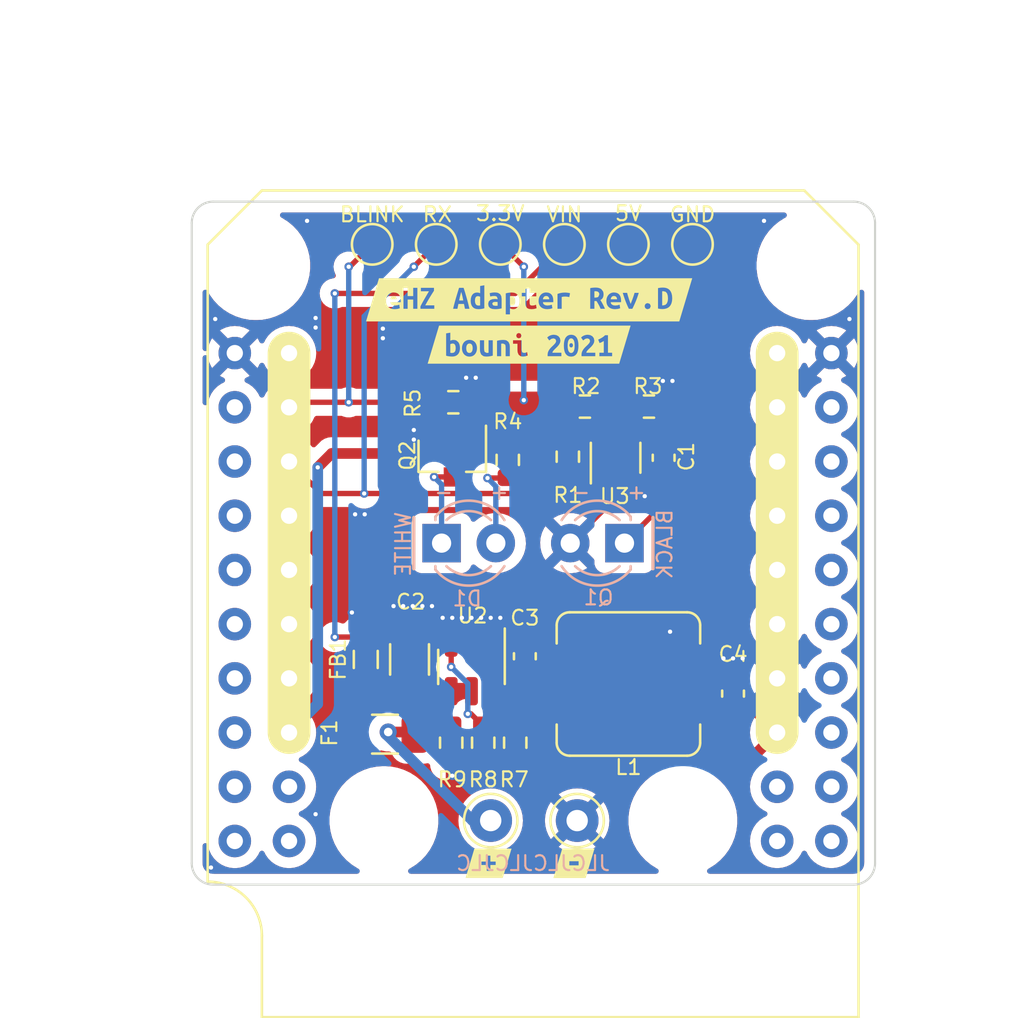
<source format=kicad_pcb>
(kicad_pcb (version 20211014) (generator pcbnew)
  (layers (0 "F.Cu" signal) (31 "B.Cu" signal) (34 "B.Paste" user) (35 "F.Paste" user) (36 "B.SilkS" user "B.Silkscreen") (37 "F.SilkS" user "F.Silkscreen") (38 "B.Mask" user) (39 "F.Mask" user) (44 "Edge.Cuts" user))
  (net 0 "")
  (net 1 "Net-(D1-Pad2)")
  (net 2 "Net-(D1-Pad1)")
  (net 3 "GND")
  (net 4 "Net-(C1-Pad1)")
  (net 5 "+3V3")
  (net 6 "Net-(C1-Pad2)")
  (net 7 "BLINK")
  (net 8 "+5V")
  (net 9 "RX")
  (net 43 "Net-(F1-Pad1)")
  (net 44 "/VIN")
  (net 45 "/SW")
  (net 46 "/CB")
  (net 47 "/24V")
  (net 48 "/FB")
  (net 49 "Net-(R8-Pad2)")
  (footprint "Package_TO_SOT_SMD:SOT-23-6" (layer "F.Cu") (at 52.1 60.8 -90)
    (fp_text reference "U2" (at -2.4 -0.05 180) (layer "F.SilkS") (effects (font (size 0.7 0.7) (thickness 0.1))))
    (fp_text value "LMR54410")
    (pad "1" smd roundrect locked (at -1.1375 -0.95 270) (size 1.325 0.6) (layers "F.Cu" "F.Paste" "F.Mask") (net 46 "/CB"))
    (pad "2" smd roundrect locked (at -1.1375 0 270) (size 1.325 0.6) (layers "F.Cu" "F.Paste" "F.Mask") (net 3 "GND"))
    (pad "3" smd roundrect locked (at -1.1375 0.95 270) (size 1.325 0.6) (layers "F.Cu" "F.Paste" "F.Mask") (net 48 "/FB"))
    (pad "4" smd roundrect locked (at 1.1375 0.95 270) (size 1.325 0.6) (layers "F.Cu" "F.Paste" "F.Mask") (net 44 "/VIN"))
    (pad "5" smd roundrect locked (at 1.1375 0 270) (size 1.325 0.6) (layers "F.Cu" "F.Paste" "F.Mask") (net 44 "/VIN"))
    (pad "6" smd roundrect locked (at 1.1375 -0.95 270) (size 1.325 0.6) (layers "F.Cu" "F.Paste" "F.Mask") (net 45 "/SW"))
  )
  (footprint "TestPoint:TestPoint_Pad_D1.5mm" (layer "F.Cu") (at 47.45 41)
    (fp_text reference "TP6" hide)
    (fp_text value "TestPoint" hide)
    (pad "1" smd circle locked (at 0 0) (size 1.5 1.5) (layers "F.Cu" "F.Mask") (net 7 "BLINK"))
  )
  (footprint "Resistor_SMD:R_0603_1608Metric" (layer "F.Cu") (at 51.15 64.35 -90)
    (fp_text reference "R9" (at 1.725 -0.05) (layer "F.SilkS") (effects (font (size 0.7 0.7) (thickness 0.1))))
    (fp_text value "750")
    (pad "1" smd roundrect locked (at -0.825 0 270) (size 0.8 0.95) (layers "F.Cu" "F.Paste" "F.Mask") (net 49 "Net-(R8-Pad2)"))
    (pad "2" smd roundrect locked (at 0.825 0 270) (size 0.8 0.95) (layers "F.Cu" "F.Paste" "F.Mask") (net 3 "GND"))
  )
  (footprint "kibuzzard-61B75BED" (layer "F.Cu") (at 54.8 45.7)
    (fp_text reference "kibuzzard-61B75BED" hide)
    (fp_text value "G***" hide)
  )
  (footprint "Capacitor_SMD:C_1206_3216Metric" (layer "F.Cu") (at 49.2 60.45 90)
    (fp_text reference "C2" (at 2.7 0.05) (layer "F.SilkS") (effects (font (size 0.7 0.7) (thickness 0.1))))
    (fp_text value "2.2u")
    (pad "1" smd roundrect locked (at -1.475 0 90) (size 1.15 1.8) (layers "F.Cu" "F.Paste" "F.Mask") (roundrect_rratio 0.217391) (net 44 "/VIN"))
    (pad "2" smd roundrect locked (at 1.475 0 90) (size 1.15 1.8) (layers "F.Cu" "F.Paste" "F.Mask") (roundrect_rratio 0.217391) (net 3 "GND"))
  )
  (footprint "Package_TO_SOT_SMD:SOT-23" (layer "F.Cu") (at 51.2 50.9 -90)
    (fp_text reference "Q2" (at 0 2.1 90) (layer "F.SilkS") (effects (font (size 0.7 0.7) (thickness 0.1))))
    (fp_text value "AO3400A")
    (pad "1" smd rect locked (at -1 -0.95 270) (size 0.9 0.8) (layers "F.Cu" "F.Paste" "F.Mask") (net 7 "BLINK"))
    (pad "2" smd rect locked (at -1 0.95 270) (size 0.9 0.8) (layers "F.Cu" "F.Paste" "F.Mask") (net 3 "GND"))
    (pad "3" smd rect locked (at 1 0 270) (size 0.9 0.8) (layers "F.Cu" "F.Paste" "F.Mask") (net 2 "Net-(D1-Pad1)"))
  )
  (footprint "MountingHole:MountingHole_2.1mm" (layer "F.Cu") (at 42 42)
    (fp_text reference "H3" hide)
    (fp_text value "MountingHole" hide)
    (pad "" np_thru_hole circle locked (at 0 0) (size 2.1 2.1) (drill 2.1) (layers *.Cu *.Mask))
  )
  (footprint "TestPoint:TestPoint_Pad_D1.5mm" (layer "F.Cu") (at 50.45 41)
    (fp_text reference "TP5" hide)
    (fp_text value "TestPoint" hide)
    (pad "1" smd circle locked (at 0 0) (size 1.5 1.5) (layers "F.Cu" "F.Mask") (net 9 "RX"))
  )
  (footprint "Connector_Pin:Pin_D1.0mm_L10.0mm" (layer "F.Cu") (at 53 68 180)
    (fp_text reference "J1" hide)
    (fp_text value "Conn_01x01_Female" hide)
    (pad "1" thru_hole circle locked (at 0 0 180) (size 2 2) (drill 1) (layers *.Cu *.Mask) (net 47 "/24V"))
  )
  (footprint "kibuzzard-61B75BD6" (layer "F.Cu") (at 54.8 43.6)
    (fp_text reference "kibuzzard-61B75BD6" hide)
    (fp_text value "G***" hide)
  )
  (footprint "Connector_Pin:Pin_D1.0mm_L10.0mm" (layer "F.Cu") (at 57.05 68 180)
    (fp_text reference "J2" hide)
    (fp_text value "Conn_01x01_Female" hide)
    (pad "1" thru_hole circle locked (at 0 0 180) (size 2 2) (drill 1) (layers *.Cu *.Mask) (net 3 "GND"))
  )
  (footprint "Fuse:Fuse_1206_3216Metric" (layer "F.Cu") (at 48.05 63.95)
    (fp_text reference "F1" (at -2.6 -0.05 90) (layer "F.SilkS") (effects (font (size 0.7 0.7) (thickness 0.1))))
    (fp_text value "1A")
    (pad "1" smd roundrect locked (at -1.4 0) (size 1.25 1.75) (layers "F.Cu" "F.Paste" "F.Mask") (roundrect_rratio 0.2) (net 43 "Net-(F1-Pad1)"))
    (pad "2" smd roundrect locked (at 1.4 0) (size 1.25 1.75) (layers "F.Cu" "F.Paste" "F.Mask") (roundrect_rratio 0.2) (net 47 "/24V"))
  )
  (footprint "Resistor_SMD:R_0603_1608Metric" (layer "F.Cu") (at 52.65 64.35 -90)
    (fp_text reference "R8" (at 1.725 0) (layer "F.SilkS") (effects (font (size 0.7 0.7) (thickness 0.1))))
    (fp_text value "18k")
    (pad "1" smd roundrect locked (at -0.825 0 270) (size 0.8 0.95) (layers "F.Cu" "F.Paste" "F.Mask") (net 48 "/FB"))
    (pad "2" smd roundrect locked (at 0.825 0 270) (size 0.8 0.95) (layers "F.Cu" "F.Paste" "F.Mask") (net 49 "Net-(R8-Pad2)"))
  )
  (footprint "MountingHole:MountingHole_2.1mm" (layer "F.Cu") (at 62 68)
    (fp_text reference "H4" hide)
    (fp_text value "MountingHole" hide)
    (pad "" np_thru_hole circle locked (at 0 0) (size 2.1 2.1) (drill 2.1) (layers *.Cu *.Mask))
  )
  (footprint "Capacitor_SMD:C_0603_1608Metric" (layer "F.Cu") (at 54.6 60.3 90)
    (fp_text reference "C3" (at 1.8 0 180) (layer "F.SilkS") (effects (font (size 0.7 0.7) (thickness 0.1))))
    (fp_text value "10n")
    (pad "1" smd roundrect locked (at -0.775 0 90) (size 0.9 0.95) (layers "F.Cu" "F.Paste" "F.Mask") (net 45 "/SW"))
    (pad "2" smd roundrect locked (at 0.775 0 90) (size 0.9 0.95) (layers "F.Cu" "F.Paste" "F.Mask") (net 46 "/CB"))
  )
  (footprint "Package_TO_SOT_SMD:SOT-353_SC-70-5" (layer "F.Cu") (at 58.85 51 90)
    (fp_text reference "U3" (at -1.8 -0.0375 180) (layer "F.SilkS") (effects (font (size 0.7 0.7) (thickness 0.1))))
    (fp_text value "LMV7235M7X")
    (pad "1" smd rect locked (at -0.95 -0.65 90) (size 0.65 0.4) (layers "F.Cu" "F.Paste" "F.Mask") (net 9 "RX"))
    (pad "2" smd rect locked (at -0.95 0 90) (size 0.65 0.4) (layers "F.Cu" "F.Paste" "F.Mask") (net 3 "GND"))
    (pad "3" smd rect locked (at -0.95 0.65 90) (size 0.65 0.4) (layers "F.Cu" "F.Paste" "F.Mask") (net 4 "Net-(C1-Pad1)"))
    (pad "4" smd rect locked (at 0.95 0.65 90) (size 0.65 0.4) (layers "F.Cu" "F.Paste" "F.Mask") (net 6 "Net-(C1-Pad2)"))
    (pad "5" smd rect locked (at 0.95 -0.65 90) (size 0.65 0.4) (layers "F.Cu" "F.Paste" "F.Mask") (net 5 "+3V3"))
  )
  (footprint "kibuzzard-61B75C18" (layer "F.Cu") (at 56.9 70)
    (fp_text reference "kibuzzard-61B75C18" hide)
    (fp_text value "G***" hide)
  )
  (footprint "Resistor_SMD:R_0603_1608Metric" (layer "F.Cu") (at 53.8 51.1 -90)
    (fp_text reference "R4" (at -1.8 0 180) (layer "F.SilkS") (effects (font (size 0.7 0.7) (thickness 0.1))))
    (fp_text value "100")
    (pad "1" smd roundrect locked (at -0.825 0 270) (size 0.8 0.95) (layers "F.Cu" "F.Paste" "F.Mask") (net 5 "+3V3"))
    (pad "2" smd roundrect locked (at 0.825 0 270) (size 0.8 0.95) (layers "F.Cu" "F.Paste" "F.Mask") (net 1 "Net-(D1-Pad2)"))
  )
  (footprint "TestPoint:TestPoint_Pad_D1.5mm" (layer "F.Cu") (at 53.45 41 90)
    (fp_text reference "TP4" hide)
    (fp_text value "TestPoint" hide)
    (pad "1" smd circle locked (at 0 0 90) (size 1.5 1.5) (layers "F.Cu" "F.Mask") (net 5 "+3V3"))
  )
  (footprint "Resistor_SMD:R_0603_1608Metric" (layer "F.Cu") (at 57.4125 48.6)
    (fp_text reference "R2" (at 0.05 -0.95 180) (layer "F.SilkS") (effects (font (size 0.7 0.7) (thickness 0.1))))
    (fp_text value "910")
    (pad "1" smd roundrect locked (at -0.825 0) (size 0.8 0.95) (layers "F.Cu" "F.Paste" "F.Mask") (net 5 "+3V3"))
    (pad "2" smd roundrect locked (at 0.825 0) (size 0.8 0.95) (layers "F.Cu" "F.Paste" "F.Mask") (net 6 "Net-(C1-Pad2)"))
  )
  (footprint "Resistor_SMD:R_0603_1608Metric" (layer "F.Cu") (at 56.6125 50.95 -90)
    (fp_text reference "R1" (at 1.8 0) (layer "F.SilkS") (effects (font (size 0.7 0.7) (thickness 0.1))))
    (fp_text value "10k")
    (pad "1" smd roundrect locked (at -0.825 0 270) (size 0.8 0.95) (layers "F.Cu" "F.Paste" "F.Mask") (net 5 "+3V3"))
    (pad "2" smd roundrect locked (at 0.825 0 270) (size 0.8 0.95) (layers "F.Cu" "F.Paste" "F.Mask") (net 4 "Net-(C1-Pad1)"))
  )
  (footprint "Resistor_SMD:R_0603_1608Metric" (layer "F.Cu") (at 60.4125 48.6)
    (fp_text reference "R3" (at -0.05 -0.95 180) (layer "F.SilkS") (effects (font (size 0.7 0.7) (thickness 0.1))))
    (fp_text value "100")
    (pad "1" smd roundrect locked (at -0.825 0) (size 0.8 0.95) (layers "F.Cu" "F.Paste" "F.Mask") (net 6 "Net-(C1-Pad2)"))
    (pad "2" smd roundrect locked (at 0.825 0) (size 0.8 0.95) (layers "F.Cu" "F.Paste" "F.Mask") (net 3 "GND"))
  )
  (footprint "MountingHole:MountingHole_2.1mm" (layer "F.Cu") (at 68 42)
    (fp_text reference "H1" hide)
    (fp_text value "MountingHole" hide)
    (pad "" np_thru_hole circle locked (at 0 0) (size 2.1 2.1) (drill 2.1) (layers *.Cu *.Mask))
  )
  (footprint "Capacitor_SMD:C_0603_1608Metric" (layer "F.Cu") (at 61.1 51 90)
    (fp_text reference "C1" (at 0.05 1.0625 270) (layer "F.SilkS") (effects (font (size 0.7 0.7) (thickness 0.1))))
    (fp_text value "33P")
    (pad "1" smd roundrect locked (at -0.775 0 90) (size 0.9 0.95) (layers "F.Cu" "F.Paste" "F.Mask") (net 4 "Net-(C1-Pad1)"))
    (pad "2" smd roundrect locked (at 0.775 0 90) (size 0.9 0.95) (layers "F.Cu" "F.Paste" "F.Mask") (net 6 "Net-(C1-Pad2)"))
  )
  (footprint "Capacitor_SMD:C_0603_1608Metric" (layer "F.Cu") (at 64.35 62.05 90)
    (fp_text reference "C4" (at 1.85 0) (layer "F.SilkS") (effects (font (size 0.7 0.7) (thickness 0.1))))
    (fp_text value "10u")
    (pad "1" smd roundrect locked (at -0.775 0 90) (size 0.9 0.95) (layers "F.Cu" "F.Paste" "F.Mask") (net 8 "+5V"))
    (pad "2" smd roundrect locked (at 0.775 0 90) (size 0.9 0.95) (layers "F.Cu" "F.Paste" "F.Mask") (net 3 "GND"))
  )
  (footprint "bouni:MH-ET LIVE MiniKit" (layer "F.Cu") (at 54.986 57.526)
    (fp_text reference "U1" hide)
    (fp_text value "mh-et-live-minikit" hide)
    (pad "1" thru_hole circle locked (at -13.97 -11.43) (size 1.524 1.524) (drill 0.762) (layers *.Cu *.Mask) (net 3 "GND"))
    (pad "2" thru_hole circle locked (at -13.97 -8.89) (size 1.524 1.524) (drill 0.762) (layers *.Cu *.Mask))
    (pad "3" thru_hole circle locked (at -13.97 -6.35) (size 1.524 1.524) (drill 0.762) (layers *.Cu *.Mask))
    (pad "4" thru_hole circle locked (at -13.97 -3.81) (size 1.524 1.524) (drill 0.762) (layers *.Cu *.Mask))
    (pad "5" thru_hole circle locked (at -13.97 -1.27) (size 1.524 1.524) (drill 0.762) (layers *.Cu *.Mask))
    (pad "6" thru_hole circle locked (at -13.97 1.27) (size 1.524 1.524) (drill 0.762) (layers *.Cu *.Mask))
    (pad "7" thru_hole circle locked (at -13.97 3.81) (size 1.524 1.524) (drill 0.762) (layers *.Cu *.Mask))
    (pad "8" thru_hole circle locked (at -13.97 6.35) (size 1.524 1.524) (drill 0.762) (layers *.Cu *.Mask))
    (pad "9" thru_hole circle locked (at -13.97 8.89) (size 1.524 1.524) (drill 0.762) (layers *.Cu *.Mask))
    (pad "10" thru_hole circle locked (at -13.97 11.43) (size 1.524 1.524) (drill 0.762) (layers *.Cu *.Mask))
    (pad "11" thru_hole circle locked (at -11.43 -11.43) (size 1.524 1.524) (drill 0.762) (layers *.Cu *.Mask))
    (pad "12" thru_hole circle locked (at -11.43 -8.89) (size 1.524 1.524) (drill 0.762) (layers *.Cu *.Mask) (net 7 "BLINK"))
    (pad "13" thru_hole circle locked (at -11.43 -6.35) (size 1.524 1.524) (drill 0.762) (layers *.Cu *.Mask) (net 9 "RX"))
    (pad "14" thru_hole circle locked (at -11.43 -3.81) (size 1.524 1.524) (drill 0.762) (layers *.Cu *.Mask))
    (pad "15" thru_hole circle locked (at -11.43 -1.27) (size 1.524 1.524) (drill 0.762) (layers *.Cu *.Mask))
    (pad "16" thru_hole circle locked (at -11.43 1.27) (size 1.524 1.524) (drill 0.762) (layers *.Cu *.Mask))
    (pad "17" thru_hole circle locked (at -11.43 3.81) (size 1.524 1.524) (drill 0.762) (layers *.Cu *.Mask))
    (pad "18" thru_hole circle locked (at -11.43 6.35) (size 1.524 1.524) (drill 0.762) (layers *.Cu *.Mask) (net 5 "+3V3"))
    (pad "19" thru_hole circle locked (at -11.43 8.89) (size 1.524 1.524) (drill 0.762) (layers *.Cu *.Mask))
    (pad "20" thru_hole circle locked (at -11.43 11.43) (size 1.524 1.524) (drill 0.762) (layers *.Cu *.Mask))
    (pad "21" thru_hole circle locked (at 11.43 -11.43) (size 1.524 1.524) (drill 0.762) (layers *.Cu *.Mask))
    (pad "22" thru_hole circle locked (at 11.43 -8.89) (size 1.524 1.524) (drill 0.762) (layers *.Cu *.Mask))
    (pad "23" thru_hole circle locked (at 11.43 -6.35) (size 1.524 1.524) (drill 0.762) (layers *.Cu *.Mask))
    (pad "24" thru_hole circle locked (at 11.43 -3.81) (size 1.524 1.524) (drill 0.762) (layers *.Cu *.Mask))
    (pad "25" thru_hole circle locked (at 11.43 -1.27) (size 1.524 1.524) (drill 0.762) (layers *.Cu *.Mask))
    (pad "26" thru_hole circle locked (at 11.43 1.27) (size 1.524 1.524) (drill 0.762) (layers *.Cu *.Mask))
    (pad "27" thru_hole circle locked (at 11.43 3.81) (size 1.524 1.524) (drill 0.762) (layers *.Cu *.Mask) (net 3 "GND"))
    (pad "28" thru_hole circle locked (at 11.43 6.35) (size 1.524 1.524) (drill 0.762) (layers *.Cu *.Mask) (net 8 "+5V"))
    (pad "29" thru_hole circle locked (at 11.43 8.89) (size 1.524 1.524) (drill 0.762) (layers *.Cu *.Mask))
    (pad "30" thru_hole circle locked (at 11.43 11.43) (size 1.524 1.524) (drill 0.762) (layers *.Cu *.Mask))
    (pad "31" thru_hole circle locked (at 13.97 -11.43) (size 1.524 1.524) (drill 0.762) (layers *.Cu *.Mask) (net 3 "GND"))
    (pad "32" thru_hole circle locked (at 13.97 -8.89) (size 1.524 1.524) (drill 0.762) (layers *.Cu *.Mask))
    (pad "33" thru_hole circle locked (at 13.97 -6.35) (size 1.524 1.524) (drill 0.762) (layers *.Cu *.Mask))
    (pad "34" thru_hole circle locked (at 13.97 -3.81) (size 1.524 1.524) (drill 0.762) (layers *.Cu *.Mask))
    (pad "35" thru_hole circle locked (at 13.97 -1.27) (size 1.524 1.524) (drill 0.762) (layers *.Cu *.Mask))
    (pad "36" thru_hole circle locked (at 13.97 1.27) (size 1.524 1.524) (drill 0.762) (layers *.Cu *.Mask))
    (pad "37" thru_hole circle locked (at 13.97 3.81) (size 1.524 1.524) (drill 0.762) (layers *.Cu *.Mask))
    (pad "38" thru_hole circle locked (at 13.97 6.35) (size 1.524 1.524) (drill 0.762) (layers *.Cu *.Mask))
    (pad "39" thru_hole circle locked (at 13.97 8.89) (size 1.524 1.524) (drill 0.762) (layers *.Cu *.Mask))
    (pad "40" thru_hole circle locked (at 13.97 11.43) (size 1.524 1.524) (drill 0.762) (layers *.Cu *.Mask))
  )
  (footprint "Resistor_SMD:R_0603_1608Metric" (layer "F.Cu") (at 54.15 64.35 90)
    (fp_text reference "R7" (at -1.725 -0.05) (layer "F.SilkS") (effects (font (size 0.7 0.7) (thickness 0.1))))
    (fp_text value "100k")
    (pad "1" smd roundrect locked (at -0.825 0 90) (size 0.8 0.95) (layers "F.Cu" "F.Paste" "F.Mask") (net 8 "+5V"))
    (pad "2" smd roundrect locked (at 0.825 0 90) (size 0.8 0.95) (layers "F.Cu" "F.Paste" "F.Mask") (net 48 "/FB"))
  )
  (footprint "TestPoint:TestPoint_Pad_D1.5mm" (layer "F.Cu") (at 59.45 41 90)
    (fp_text reference "TP3" hide)
    (fp_text value "TestPoint" hide)
    (pad "1" smd circle locked (at 0 0 90) (size 1.5 1.5) (layers "F.Cu" "F.Mask") (net 8 "+5V"))
  )
  (footprint "Resistor_SMD:R_0603_1608Metric" (layer "F.Cu") (at 51.25 48.4)
    (fp_text reference "R5" (at -1.9 0.05 90) (layer "F.SilkS") (effects (font (size 0.7 0.7) (thickness 0.1))))
    (fp_text value "10k")
    (pad "1" smd roundrect locked (at -0.825 0) (size 0.8 0.95) (layers "F.Cu" "F.Paste" "F.Mask") (net 7 "BLINK"))
    (pad "2" smd roundrect locked (at 0.825 0) (size 0.8 0.95) (layers "F.Cu" "F.Paste" "F.Mask") (net 3 "GND"))
  )
  (footprint "Inductor_SMD:L_0805_2012Metric" (layer "F.Cu") (at 47.15 60.45 -90)
    (fp_text reference "FB1" (at 0 1.3 90) (layer "F.SilkS") (effects (font (size 0.7 0.7) (thickness 0.1))))
    (fp_text value "600 @ 600MHz" hide)
    (pad "1" smd roundrect locked (at -1.0625 0 270) (size 0.875 1.2) (layers "F.Cu" "F.Paste" "F.Mask") (net 44 "/VIN"))
    (pad "2" smd roundrect locked (at 1.0625 0 270) (size 0.875 1.2) (layers "F.Cu" "F.Paste" "F.Mask") (net 43 "Net-(F1-Pad1)"))
  )
  (footprint "MountingHole:MountingHole_2.1mm" (layer "F.Cu") (at 48 68)
    (fp_text reference "H2" hide)
    (fp_text value "MountingHole" hide)
    (pad "" np_thru_hole circle locked (at 0 0) (size 2.1 2.1) (drill 2.1) (layers *.Cu *.Mask))
  )
  (footprint "kibuzzard-61B75BFD" (layer "F.Cu") (at 52.9 70)
    (fp_text reference "kibuzzard-61B75BFD" hide)
    (fp_text value "G***" hide)
  )
  (footprint "TestPoint:TestPoint_Pad_D1.5mm" (layer "F.Cu") (at 56.45 41 90)
    (fp_text reference "TP2" hide)
    (fp_text value "TestPoint" hide)
    (pad "1" smd circle locked (at 0 0 90) (size 1.5 1.5) (layers "F.Cu" "F.Mask") (net 44 "/VIN"))
  )
  (footprint "TestPoint:TestPoint_Pad_D1.5mm" (layer "F.Cu") (at 62.45 41 90)
    (fp_text reference "TP1" hide)
    (fp_text value "TestPoint" hide)
    (pad "1" smd circle locked (at 0 0 90) (size 1.5 1.5) (layers "F.Cu" "F.Mask") (net 3 "GND"))
  )
  (footprint "Inductor_SMD:L_Sumida_CDMC6D28_7.25x6.5mm" (layer "F.Cu") (at 59.45 61.6)
    (fp_text reference "L1" (at 0 3.9 180) (layer "F.SilkS") (effects (font (size 0.7 0.7) (thickness 0.1))))
    (fp_text value "15uH")
    (pad "1" smd rect locked (at -2.85 0) (size 2 3.4) (layers "F.Cu" "F.Paste" "F.Mask") (net 45 "/SW"))
    (pad "2" smd rect locked (at 2.85 0) (size 2 3.4) (layers "F.Cu" "F.Paste" "F.Mask") (net 8 "+5V"))
  )
  (footprint "LED_THT:LED_D3.0mm_IRBlack" (layer "B.Cu") (at 59.265 55 180)
    (fp_text reference "Q1" (at 1.215 -2.55) (layer "B.SilkS") (effects (font (size 0.7 0.7) (thickness 0.1)) (justify mirror)))
    (fp_text value "SFH 309 FA-5/6" hide)
    (pad "1" thru_hole rect locked (at 0 0 180) (size 1.8 1.8) (drill 0.9) (layers *.Cu *.Mask) (net 4 "Net-(C1-Pad1)"))
    (pad "2" thru_hole circle locked (at 2.54 0 180) (size 1.8 1.8) (drill 0.9) (layers *.Cu *.Mask) (net 3 "GND"))
  )
  (footprint "LED_THT:LED_D3.0mm_Clear" (layer "B.Cu") (at 50.7 55)
    (fp_text reference "D1" (at 1.2 2.6 180) (layer "B.SilkS") (effects (font (size 0.7 0.7) (thickness 0.1)) (justify mirror)))
    (fp_text value "LTE-4206")
    (pad "1" thru_hole rect locked (at 0 0) (size 1.8 1.8) (drill 0.9) (layers *.Cu *.Mask) (net 2 "Net-(D1-Pad1)"))
    (pad "2" thru_hole circle locked (at 2.54 0) (size 1.8 1.8) (drill 0.9) (layers *.Cu *.Mask) (net 1 "Net-(D1-Pad2)"))
  )
  (gr_line (start 60.6 53.8) (end 60.6 56.2) (layer "B.SilkS") (width 0.15))
  (gr_line (start 49.4 53.8) (end 49.4 56.2) (layer "B.SilkS") (width 0.15))
  (gr_line (start 49.4 56.2) (end 49.4 53.8) (layer "F.SilkS") (width 0.15))
  (gr_line (start 60.6 53.8) (end 60.6 56.2) (layer "F.SilkS") (width 0.15))
  (gr_arc (start 39 40) (mid 39.292893 39.292893) (end 40 39) (layer "Edge.Cuts") (width 0.1))
  (gr_line (start 40 39) (end 70 39) (layer "Edge.Cuts") (width 0.1))
  (gr_line (start 71 40) (end 71 70) (layer "Edge.Cuts") (width 0.1))
  (gr_line (start 39 70) (end 39 40) (layer "Edge.Cuts") (width 0.1))
  (gr_arc (start 70 39) (mid 70.707107 39.292893) (end 71 40) (layer "Edge.Cuts") (width 0.1))
  (gr_arc (start 40 71) (mid 39.292893 70.707107) (end 39 70) (layer "Edge.Cuts") (width 0.1))
  (gr_line (start 70 71) (end 40 71) (layer "Edge.Cuts") (width 0.1))
  (gr_arc (start 71 70) (mid 70.707107 70.707107) (end 70 71) (layer "Edge.Cuts") (width 0.1))
  (gr_text "+" (at 53.4 52.6) (layer "B.SilkS") (effects (font (size 0.7 0.7) (thickness 0.1)) (justify mirror)))
  (gr_text "JLCJLCJLCJLC" (at 54.986 70) (layer "B.SilkS") (effects (font (size 0.7 0.7) (thickness 0.1)) (justify mirror)))
  (gr_text "+" (at 59.825 52.6) (layer "B.SilkS") (effects (font (size 0.7 0.7) (thickness 0.1)) (justify mirror)))
  (gr_text "WHITE" (at 48.9 55.05 90) (layer "B.SilkS") (effects (font (size 0.7 0.7) (thickness 0.1)) (justify mirror)))
  (gr_text "BLACK" (at 61.15 55.05 90) (layer "B.SilkS") (effects (font (size 0.7 0.7) (thickness 0.1)) (justify mirror)))
  (gr_text "-" (at 50.8 52.6) (layer "B.SilkS") (effects (font (size 0.7 0.7) (thickness 0.1)) (justify mirror)))
  (gr_text "-" (at 57.225 52.6) (layer "B.SilkS") (effects (font (size 0.7 0.7) (thickness 0.1)) (justify mirror)))
  (gr_text "GND" (at 62.45 39.6) (layer "F.SilkS") (effects (font (size 0.7 0.7) (thickness 0.1))))
  (gr_text "RX" (at 50.5 39.6) (layer "F.SilkS") (effects (font (size 0.7 0.7) (thickness 0.1))))
  (gr_text "5V" (at 59.45 39.55) (layer "F.SilkS") (effects (font (size 0.7 0.7) (thickness 0.1))))
  (gr_text "VIN" (at 56.45 39.6) (layer "F.SilkS") (effects (font (size 0.7 0.7) (thickness 0.1))))
  (gr_text "3.3V" (at 53.45 39.55) (layer "F.SilkS") (effects (font (size 0.7 0.7) (thickness 0.1))))
  (gr_text "BLINK" (at 47.45 39.6) (layer "F.SilkS") (effects (font (size 0.7 0.7) (thickness 0.1))))
  (segment (start 52.85 51.95) (end 53.775 51.95) (width 0.25) (layer "F.Cu") (net 1))
  (segment (start 53.775 51.95) (end 53.8 51.925) (width 0.25) (layer "F.Cu") (net 1))
  (via (at 52.85 51.95) (size 0.4) (drill 0.2) (layers "F.Cu" "B.Cu") (net 1))
  (segment (start 53.24 52.34) (end 52.85 51.95) (width 0.25) (layer "B.Cu") (net 1))
  (segment (start 53.24 55) (end 53.24 52.34) (width 0.25) (layer "B.Cu") (net 1))
  (segment (start 50.35 51.9) (end 51.2 51.9) (width 0.25) (layer "F.Cu") (net 2))
  (via (at 50.35 51.9) (size 0.4) (drill 0.2) (layers "F.Cu" "B.Cu") (net 2))
  (segment (start 50.7 55) (end 50.7 52.25) (width 0.25) (layer "B.Cu") (net 2))
  (segment (start 50.7 52.25) (end 50.35 51.9) (width 0.25) (layer "B.Cu") (net 2))
  (segment (start 58.85 52.875) (end 56.725 55) (width 0.25) (layer "F.Cu") (net 3))
  (segment (start 58.85 51.95) (end 58.85 52.875) (width 0.25) (layer "F.Cu") (net 3))
  (via (at 49.8 57.95) (size 0.4) (drill 0.2) (layers "F.Cu" "B.Cu") (net 3))
  (via (at 64.8 60.4) (size 0.4) (drill 0.2) (layers "F.Cu" "B.Cu") (net 3))
  (via (at 51.2 65.9) (size 0.4) (drill 0.2) (layers "F.Cu" "B.Cu") (net 3))
  (via (at 52.1 58.5) (size 0.4) (drill 0.2) (layers "F.Cu" "B.Cu") (net 3))
  (via (at 69.8 44.5) (size 0.4) (drill 0.2) (layers "F.Cu" "B.Cu") (net 3))
  (via (at 51.65 58.5) (size 0.4) (drill 0.2) (layers "F.Cu" "B.Cu") (net 3))
  (via (at 52.3 47.25) (size 0.4) (drill 0.2) (layers "F.Cu" "B.Cu") (net 3))
  (via (at 51.85 47.25) (size 0.4) (drill 0.2) (layers "F.Cu" "B.Cu") (net 3))
  (via (at 61.0625 47.4) (size 0.4) (drill 0.2) (layers "F.Cu" "B.Cu") (net 3))
  (via (at 63.9 60.4) (size 0.4) (drill 0.2) (layers "F.Cu" "B.Cu") (net 3))
  (via (at 47.1 53.65) (size 0.4) (drill 0.2) (layers "F.Cu" "B.Cu") (net 3))
  (via (at 65.8 39.9) (size 0.4) (drill 0.2) (layers "F.Cu" "B.Cu") (net 3))
  (via (at 44.8 67.7) (size 0.4) (drill 0.2) (layers "F.Cu" "B.Cu") (net 3))
  (via (at 40.1 44.5) (size 0.4) (drill 0.2) (layers "F.Cu" "B.Cu") (net 3))
  (via (at 39.9 70.2) (size 0.4) (drill 0.2) (layers "F.Cu" "B.Cu") (net 3))
  (via (at 50.25 57.95) (size 0.4) (drill 0.2) (layers "F.Cu" "B.Cu") (net 3))
  (via (at 61.5125 47.4) (size 0.4) (drill 0.2) (layers "F.Cu" "B.Cu") (net 3))
  (via (at 44.4 39.9) (size 0.4) (drill 0.2) (layers "F.Cu" "B.Cu") (net 3))
  (via (at 64.35 60.4) (size 0.4) (drill 0.2) (layers "F.Cu" "B.Cu") (net 3))
  (via (at 50.75 58.5) (size 0.4) (drill 0.2) (layers "F.Cu" "B.Cu") (net 3))
  (via (at 51.2 58.5) (size 0.4) (drill 0.2) (layers "F.Cu" "B.Cu") (net 3))
  (via (at 47.95 44.95) (size 0.4) (drill 0.2) (layers "F.Cu" "B.Cu") (net 3))
  (via (at 49.4 50.15) (size 0.4) (drill 0.2) (layers "F.Cu" "B.Cu") (net 3))
  (via (at 53 58.5) (size 0.4) (drill 0.2) (layers "F.Cu" "B.Cu") (net 3))
  (via (at 44.8 44.45) (size 0.4) (drill 0.2) (layers "F.Cu" "B.Cu") (net 3))
  (via (at 48.45 57.95) (size 0.4) (drill 0.2) (layers "F.Cu" "B.Cu") (net 3))
  (via (at 46.65 53.65) (size 0.4) (drill 0.2) (layers "F.Cu" "B.Cu") (net 3))
  (via (at 61.4 59.15) (size 0.4) (drill 0.2) (layers "F.Cu" "B.Cu") (net 3))
  (via (at 49.35 57.95) (size 0.4) (drill 0.2) (layers "F.Cu" "B.Cu") (net 3))
  (via (at 53.45 58.5) (size 0.4) (drill 0.2) (layers "F.Cu" "B.Cu") (net 3))
  (via (at 48.9 57.95) (size 0.4) (drill 0.2) (layers "F.Cu" "B.Cu") (net 3))
  (via (at 60.2125 52.8) (size 0.4) (drill 0.2) (layers "F.Cu" "B.Cu") (net 3))
  (via (at 52.55 58.5) (size 0.4) (drill 0.2) (layers "F.Cu" "B.Cu") (net 3))
  (via (at 46.5 58.25) (size 0.4) (drill 0.2) (layers "F.Cu" "B.Cu") (net 3))
  (via (at 44.8 44.9) (size 0.4) (drill 0.2) (layers "F.Cu" "B.Cu") (net 3))
  (via (at 47.95 45.4) (size 0.4) (drill 0.2) (layers "F.Cu" "B.Cu") (net 3))
  (via (at 49.4 49.7) (size 0.4) (drill 0.2) (layers "F.Cu" "B.Cu") (net 3))
  (segment (start 59.5 51.95) (end 60.925 51.95) (width 0.25) (layer "F.Cu") (net 4))
  (segment (start 59.5 51.425978) (end 59.5 51.95) (width 0.25) (layer "F.Cu") (net 4))
  (segment (start 59.265 55) (end 59.5875 54.6775) (width 0.25) (layer "F.Cu") (net 4))
  (segment (start 57.2375 51.15) (end 59.224022 51.15) (width 0.25) (layer "F.Cu") (net 4))
  (segment (start 59.224022 51.15) (end 59.5 51.425978) (width 0.25) (layer "F.Cu") (net 4))
  (segment (start 56.6125 51.775) (end 57.2375 51.15) (width 0.25) (layer "F.Cu") (net 4))
  (segment (start 61.1 53.165) (end 61.1 51.775) (width 0.25) (layer "F.Cu") (net 4))
  (segment (start 59.265 55) (end 61.1 53.165) (width 0.25) (layer "F.Cu") (net 4))
  (segment (start 53.249511 50.799511) (end 45.550489 50.799511) (width 0.5) (layer "F.Cu") (net 5))
  (segment (start 53.8 50.275) (end 53.275489 50.799511) (width 0.5) (layer "F.Cu") (net 5))
  (segment (start 53.5 41) (end 54.55 42.05) (width 0.25) (layer "F.Cu") (net 5))
  (segment (start 53.45 41) (end 53.5 41) (width 0.25) (layer "F.Cu") (net 5))
  (segment (start 45.550489 50.799511) (end 44.9 51.45) (width 0.5) (layer "F.Cu") (net 5))
  (segment (start 53.25 50.8) (end 53.249511 50.799511) (width 0.5) (layer "F.Cu") (net 5))
  (via (at 44.9 51.45) (size 0.4) (drill 0.2) (layers "F.Cu" "B.Cu") (net 5))
  (via (at 54.55 42.05) (size 0.4) (drill 0.2) (layers "F.Cu" "B.Cu") (net 5))
  (via (at 54.55 48.3) (size 0.4) (drill 0.2) (layers "F.Cu" "B.Cu") (net 5))
  (segment (start 44.9 62.532) (end 43.556 63.876) (width 0.5) (layer "B.Cu") (net 5))
  (segment (start 44.9 51.45) (end 44.9 62.532) (width 0.5) (layer "B.Cu") (net 5))
  (segment (start 54.55 42.05) (end 54.55 48.3) (width 0.25) (layer "B.Cu") (net 5))
  (segment (start 59.5 48.6875) (end 59.5875 48.6) (width 0.25) (layer "F.Cu") (net 6))
  (segment (start 59.5 50.05) (end 59.5 48.6875) (width 0.25) (layer "F.Cu") (net 6))
  (segment (start 59.5 50.05) (end 60.925 50.05) (width 0.25) (layer "F.Cu") (net 6))
  (segment (start 58.2375 48.6) (end 59.5875 48.6) (width 0.25) (layer "F.Cu") (net 6))
  (segment (start 46.35 42.05) (end 46.4 42.05) (width 0.25) (layer "F.Cu") (net 7))
  (segment (start 50.425 48.4) (end 50.65 48.4) (width 0.25) (layer "F.Cu") (net 7))
  (segment (start 43.564 48.636) (end 43.556 48.636) (width 0.25) (layer "F.Cu") (net 7))
  (segment (start 46.35 48.4) (end 43.8 48.4) (width 0.25) (layer "F.Cu") (net 7))
  (segment (start 50.65 48.4) (end 52.15 49.9) (width 0.25) (layer "F.Cu") (net 7))
  (segment (start 46.35 48.4) (end 50.425 48.4) (width 0.25) (layer "F.Cu") (net 7))
  (segment (start 46.4 42.05) (end 47.45 41) (width 0.25) (layer "F.Cu") (net 7))
  (segment (start 43.8 48.4) (end 43.564 48.636) (width 0.25) (layer "F.Cu") (net 7))
  (via (at 46.35 42.05) (size 0.4) (drill 0.2) (layers "F.Cu" "B.Cu") (net 7))
  (via (at 46.35 48.4) (size 0.4) (drill 0.2) (layers "F.Cu" "B.Cu") (net 7))
  (segment (start 46.35 48.4) (end 46.35 42.05) (width 0.25) (layer "B.Cu") (net 7))
  (segment (start 62.3 43.85) (end 62.3 61.6) (width 0.25) (layer "F.Cu") (net 8))
  (segment (start 59.45 41) (end 62.3 43.85) (width 0.25) (layer "F.Cu") (net 8))
  (segment (start 57.475489 52.674511) (end 47.074511 52.674511) (width 0.25) (layer "F.Cu") (net 9))
  (segment (start 58.2 51.95) (end 57.475489 52.674511) (width 0.25) (layer "F.Cu") (net 9))
  (segment (start 50.45 41) (end 49.4 42.05) (width 0.25) (layer "F.Cu") (net 9))
  (segment (start 45.054511 52.674511) (end 43.556 51.176) (width 0.25) (layer "F.Cu") (net 9))
  (segment (start 47.074511 52.674511) (end 45.054511 52.674511) (width 0.25) (layer "F.Cu") (net 9))
  (via (at 47.074511 52.674511) (size 0.4) (drill 0.2) (layers "F.Cu" "B.Cu") (net 9))
  (via (at 49.4 42.05) (size 0.4) (drill 0.2) (layers "F.Cu" "B.Cu") (net 9))
  (segment (start 49.4 42.05) (end 47.074511 44.375489) (width 0.25) (layer "B.Cu") (net 9))
  (segment (start 47.074511 44.375489) (end 47.074511 52.674511) (width 0.25) (layer "B.Cu") (net 9))
  (segment (start 46.65 62.0125) (end 47.15 61.5125) (width 0.5) (layer "F.Cu") (net 43))
  (segment (start 46.65 63.95) (end 46.65 62.0125) (width 0.5) (layer "F.Cu") (net 43))
  (segment (start 47.15 59.875) (end 49.2 61.925) (width 0.5) (layer "F.Cu") (net 44))
  (segment (start 45.7 59.4) (end 47.1375 59.4) (width 0.25) (layer "F.Cu") (net 44))
  (segment (start 54.15 43.3) (end 45.7 43.3) (width 0.25) (layer "F.Cu") (net 44))
  (segment (start 56.45 41) (end 54.15 43.3) (width 0.25) (layer "F.Cu") (net 44))
  (segment (start 47.1375 59.4) (end 47.15 59.3875) (width 0.25) (layer "F.Cu") (net 44))
  (segment (start 47.15 59.3875) (end 47.15 59.875) (width 0.5) (layer "F.Cu") (net 44))
  (via (at 45.7 43.3) (size 0.4) (drill 0.2) (layers "F.Cu" "B.Cu") (net 44))
  (via (at 45.7 59.4) (size 0.4) (drill 0.2) (layers "F.Cu" "B.Cu") (net 44))
  (segment (start 45.7 43.3) (end 45.7 58.4) (width 0.25) (layer "B.Cu") (net 44))
  (segment (start 45.7 58.4) (end 45.7 59.4) (width 0.25) (layer "B.Cu") (net 44))
  (segment (start 53.05 59.6625) (end 54.1125 59.6625) (width 0.25) (layer "F.Cu") (net 46))
  (segment (start 54.1125 59.6625) (end 54.25 59.525) (width 0.25) (layer "F.Cu") (net 46))
  (segment (start 48.2 63.85) (end 49.6 63.85) (width 0.5) (layer "F.Cu") (net 47))
  (via (at 48.2 63.85) (size 0.8) (drill 0.4) (layers "F.Cu" "B.Cu") (net 47))
  (segment (start 53 68) (end 52.15 68) (width 0.5) (layer "B.Cu") (net 47))
  (segment (start 48.2 64.05) (end 48.2 63.85) (width 0.5) (layer "B.Cu") (net 47))
  (segment (start 52.15 68) (end 48.2 64.05) (width 0.5) (layer "B.Cu") (net 47))
  (segment (start 52.65 63.525) (end 54.15 63.525) (width 0.25) (layer "F.Cu") (net 48))
  (segment (start 51.928158 62.999066) (end 52.074066 62.999066) (width 0.25) (layer "F.Cu") (net 48))
  (segment (start 51.15 60.8) (end 51.15 59.6625) (width 0.25) (layer "F.Cu") (net 48))
  (segment (start 52.074066 62.999066) (end 52.5 63.425) (width 0.25) (layer "F.Cu") (net 48))
  (via (at 51.928158 62.999066) (size 0.4) (drill 0.2) (layers "F.Cu" "B.Cu") (net 48))
  (via (at 51.15 60.8) (size 0.4) (drill 0.2) (layers "F.Cu" "B.Cu") (net 48))
  (segment (start 51.928158 62.999066) (end 51.928158 61.578158) (width 0.25) (layer "B.Cu") (net 48))
  (segment (start 51.928158 61.578158) (end 51.15 60.8) (width 0.25) (layer "B.Cu") (net 48))
  (segment (start 51.15 63.725) (end 52.5 65.075) (width 0.25) (layer "F.Cu") (net 49))
  (segment (start 51.15 63.425) (end 51.15 63.725) (width 0.25) (layer "F.Cu") (net 49))
  (zone (net 8) (net_name "+5V") (layer "F.Cu") (name "5V") (priority 1) (connect_pads thru_hole_only (clearance 0.508)) (min_thickness 0.254) (fill yes (thermal_gap 0.508) (thermal_bridge_width 0.508))
    (polygon (pts (xy 63.3 59.9) (xy 63.3 62.4) (xy 67.2 62.4) (xy 67.2 65.2) (xy 56.05 65.2) (xy 56.05 65.5) (xy 53.35 65.5) (xy 53.35 64.65) (xy 54.6 64.65) (xy 54.6 63.5) (xy 57.819325 63.506699) (xy 57.798722 59.875584)))
  )
  (zone (net 3) (net_name "GND") (layer "F.Cu") (connect_pads (clearance 0.508)) (min_thickness 0.254) (fill yes (thermal_gap 0.508) (thermal_bridge_width 0.508))
    (polygon (pts (xy 71 71) (xy 39 71) (xy 39 39) (xy 71 39)))
  )
  (zone (net 5) (net_name "+3V3") (layer "F.Cu") (priority 1) (connect_pads thru_hole_only (clearance 0.508)) (min_thickness 0.254) (fill yes (thermal_gap 0.508) (thermal_bridge_width 0.508))
    (polygon (pts (xy 58.8125 50.9) (xy 52.9625 50.9) (xy 52.9625 47.9) (xy 58.8125 47.9)))
  )
  (zone (net 45) (net_name "/SW") (layer "F.Cu") (priority 1) (connect_pads thru_hole_only (clearance 0.508)) (min_thickness 0.254) (fill yes (thermal_gap 0.508) (thermal_bridge_width 0.508))
    (polygon (pts (xy 57.15 59.9) (xy 57.15 62.6) (xy 52.75 62.6) (xy 52.75 60.6) (xy 54.95 60.6) (xy 54.95 59.9)))
  )
  (zone (net 44) (net_name "/VIN") (layer "F.Cu") (priority 1) (connect_pads thru_hole_only (clearance 0.508)) (min_thickness 0.254) (fill yes (thermal_gap 0.508) (thermal_bridge_width 0.508))
    (polygon (pts (xy 50.55 61.55) (xy 52.1 61.55) (xy 52.1 62.5) (xy 48.3 62.5) (xy 48.3 61.05) (xy 50.55 61.05)))
  )
  (zone (net 3) (net_name "GND") (layer "B.Cu") (connect_pads (clearance 0.508)) (min_thickness 0.254) (fill yes (thermal_gap 0.508) (thermal_bridge_width 0.508))
    (polygon (pts (xy 71 71) (xy 39 71) (xy 39 39) (xy 71 39)))
  )
)
</source>
